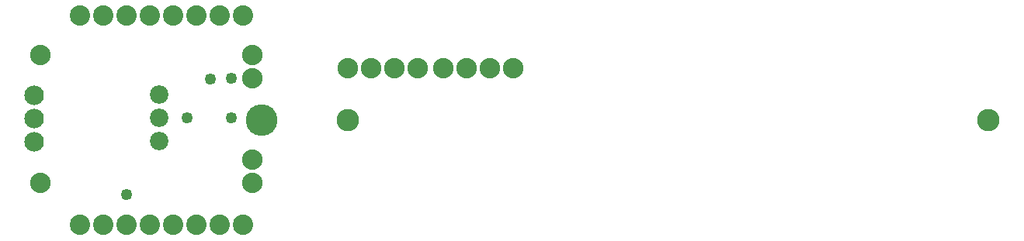
<source format=gbs>
G04 MADE WITH FRITZING*
G04 WWW.FRITZING.ORG*
G04 DOUBLE SIDED*
G04 HOLES PLATED*
G04 CONTOUR ON CENTER OF CONTOUR VECTOR*
%ASAXBY*%
%FSLAX23Y23*%
%MOIN*%
%OFA0B0*%
%SFA1.0B1.0*%
%ADD10C,0.087778*%
%ADD11C,0.079444*%
%ADD12C,0.088000*%
%ADD13C,0.084000*%
%ADD14C,0.049370*%
%ADD15C,0.096614*%
%ADD16C,0.135984*%
%LNMASK0*%
G90*
G70*
G54D10*
X267Y56D03*
X367Y56D03*
X467Y56D03*
X567Y56D03*
X667Y56D03*
X767Y56D03*
X867Y56D03*
X967Y56D03*
X967Y956D03*
X867Y956D03*
X767Y956D03*
X667Y956D03*
X567Y956D03*
X467Y956D03*
X367Y956D03*
X267Y956D03*
G54D11*
X607Y416D03*
X607Y516D03*
X607Y616D03*
X607Y416D03*
X607Y516D03*
X607Y616D03*
G54D12*
X98Y788D03*
X98Y236D03*
X1007Y788D03*
X1007Y687D03*
X1007Y336D03*
X1007Y236D03*
X2127Y730D03*
X2027Y730D03*
X1927Y730D03*
X1827Y730D03*
X2127Y730D03*
X2027Y730D03*
X1927Y730D03*
X1827Y730D03*
X1418Y731D03*
X1518Y731D03*
X1618Y731D03*
X1718Y731D03*
G54D13*
X70Y415D03*
X70Y515D03*
X70Y615D03*
G54D14*
X917Y686D03*
X827Y685D03*
X727Y516D03*
X917Y516D03*
X467Y186D03*
G54D15*
X4167Y506D03*
X1417Y506D03*
G54D16*
X1047Y506D03*
G04 End of Mask0*
M02*
</source>
